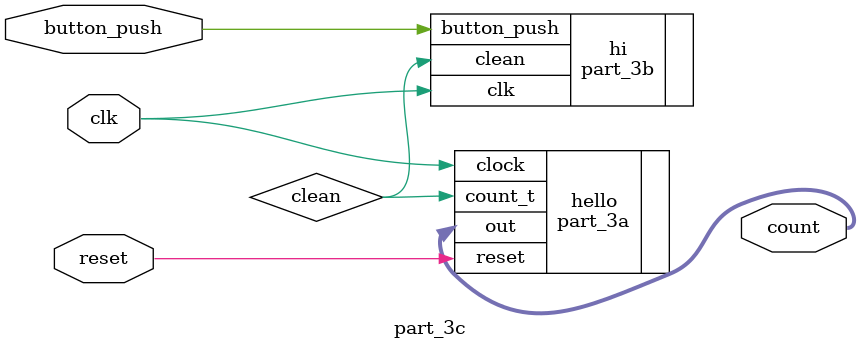
<source format=v>
`timescale 1ns / 1ps


module part_3c(

input clk, button_push, reset, 
output [5:0] count

    );
    
    wire clean;
    
    part_3b hi(.clk(clk), .button_push(button_push), .clean(clean));
    part_3a hello(.clock(clk), .reset(reset), .count_t(clean), .out(count));
    
    
endmodule

</source>
